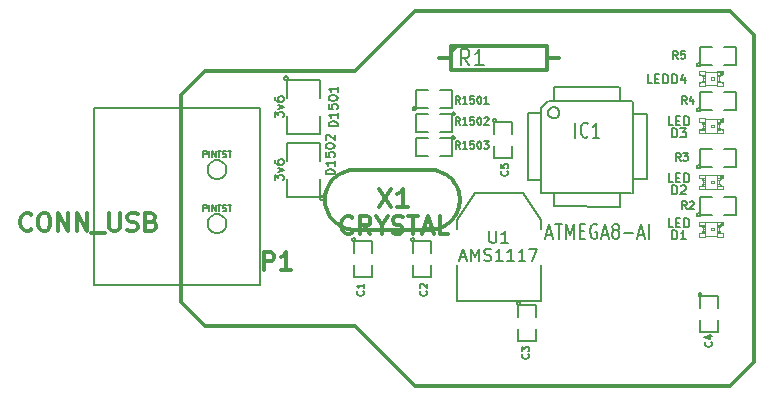
<source format=gto>
G04 (created by PCBNEW-RS274X (2012-apr-16-27)-stable) date Wed 14 May 2014 05:30:57 PM MSK*
G01*
G70*
G90*
%MOIN*%
G04 Gerber Fmt 3.4, Leading zero omitted, Abs format*
%FSLAX34Y34*%
G04 APERTURE LIST*
%ADD10C,0.006000*%
%ADD11C,0.012000*%
%ADD12C,0.005000*%
%ADD13C,0.008000*%
%ADD14C,0.002600*%
%ADD15C,0.004000*%
%ADD16C,0.002000*%
%ADD17C,0.012500*%
G04 APERTURE END LIST*
G54D10*
G54D11*
X40200Y-34700D02*
X40200Y-33900D01*
X41000Y-35500D02*
X40200Y-34700D01*
X46000Y-35500D02*
X41000Y-35500D01*
X40200Y-27800D02*
X40200Y-34000D01*
X41000Y-27000D02*
X40200Y-27800D01*
X46000Y-27000D02*
X41000Y-27000D01*
X59300Y-36700D02*
X59200Y-36800D01*
X59300Y-36600D02*
X59300Y-36700D01*
X59300Y-25800D02*
X59300Y-36600D01*
X59200Y-25700D02*
X59300Y-25800D01*
X58500Y-25000D02*
X48000Y-25000D01*
X58500Y-37500D02*
X59200Y-36800D01*
X58500Y-25000D02*
X59200Y-25700D01*
X48000Y-37500D02*
X58500Y-37500D01*
X46000Y-35500D02*
X48000Y-37500D01*
X46000Y-27000D02*
X48000Y-25000D01*
G54D12*
X42850Y-34150D02*
X37300Y-34150D01*
X37300Y-28250D02*
X42850Y-28250D01*
X42850Y-34150D02*
X42850Y-28250D01*
X37300Y-34150D02*
X37300Y-28250D01*
G54D10*
X55720Y-30618D02*
X55270Y-30618D01*
X55720Y-28438D02*
X55280Y-28438D01*
X55720Y-30618D02*
X55720Y-28438D01*
X54840Y-31088D02*
X54840Y-31518D01*
X52630Y-31098D02*
X52630Y-31518D01*
X52620Y-31518D02*
X54840Y-31528D01*
X52640Y-27548D02*
X54810Y-27538D01*
X52210Y-28238D02*
X52210Y-31068D01*
X54820Y-27548D02*
X54820Y-27958D01*
X52460Y-27998D02*
X55240Y-27998D01*
X55260Y-31078D02*
X55260Y-28038D01*
X52210Y-31078D02*
X55210Y-31078D01*
X51760Y-28408D02*
X51760Y-30628D01*
X51760Y-30628D02*
X52210Y-30628D01*
X52214Y-28228D02*
X52444Y-27998D01*
X51762Y-28408D02*
X52214Y-28408D01*
X52640Y-27998D02*
X52640Y-27546D01*
X52810Y-28402D02*
X52806Y-28438D01*
X52795Y-28473D01*
X52778Y-28506D01*
X52755Y-28534D01*
X52727Y-28557D01*
X52694Y-28575D01*
X52659Y-28586D01*
X52623Y-28589D01*
X52587Y-28586D01*
X52552Y-28576D01*
X52520Y-28559D01*
X52491Y-28536D01*
X52467Y-28508D01*
X52450Y-28476D01*
X52439Y-28441D01*
X52435Y-28404D01*
X52438Y-28369D01*
X52448Y-28333D01*
X52464Y-28301D01*
X52487Y-28272D01*
X52515Y-28248D01*
X52547Y-28230D01*
X52582Y-28219D01*
X52619Y-28215D01*
X52654Y-28217D01*
X52689Y-28227D01*
X52722Y-28244D01*
X52751Y-28266D01*
X52775Y-28294D01*
X52793Y-28326D01*
X52805Y-28361D01*
X52809Y-28397D01*
X52810Y-28402D01*
G54D13*
X49387Y-33474D02*
X49387Y-34674D01*
X49387Y-34674D02*
X52187Y-34674D01*
X52187Y-34674D02*
X52187Y-33474D01*
X49387Y-32274D02*
X49387Y-31974D01*
X49387Y-31974D02*
X49987Y-31074D01*
X49987Y-31074D02*
X51587Y-31074D01*
X51587Y-31074D02*
X52187Y-31974D01*
X52187Y-31974D02*
X52187Y-32274D01*
G54D12*
X43770Y-27250D02*
X43768Y-27263D01*
X43764Y-27276D01*
X43758Y-27288D01*
X43749Y-27299D01*
X43739Y-27308D01*
X43727Y-27314D01*
X43714Y-27318D01*
X43700Y-27319D01*
X43687Y-27318D01*
X43674Y-27314D01*
X43662Y-27308D01*
X43652Y-27300D01*
X43643Y-27289D01*
X43636Y-27277D01*
X43632Y-27264D01*
X43631Y-27250D01*
X43632Y-27238D01*
X43635Y-27225D01*
X43642Y-27213D01*
X43650Y-27202D01*
X43661Y-27193D01*
X43672Y-27186D01*
X43685Y-27182D01*
X43699Y-27181D01*
X43712Y-27182D01*
X43725Y-27185D01*
X43737Y-27191D01*
X43748Y-27200D01*
X43757Y-27210D01*
X43763Y-27222D01*
X43768Y-27235D01*
X43769Y-27249D01*
X43770Y-27250D01*
X44850Y-27900D02*
X44850Y-27300D01*
X44850Y-27300D02*
X43750Y-27300D01*
X43750Y-27300D02*
X43750Y-27900D01*
X43750Y-28500D02*
X43750Y-29100D01*
X43750Y-29100D02*
X44850Y-29100D01*
X44850Y-29100D02*
X44850Y-28500D01*
X44970Y-31250D02*
X44968Y-31263D01*
X44964Y-31276D01*
X44958Y-31288D01*
X44949Y-31299D01*
X44939Y-31308D01*
X44927Y-31314D01*
X44914Y-31318D01*
X44900Y-31319D01*
X44887Y-31318D01*
X44874Y-31314D01*
X44862Y-31308D01*
X44852Y-31300D01*
X44843Y-31289D01*
X44836Y-31277D01*
X44832Y-31264D01*
X44831Y-31250D01*
X44832Y-31238D01*
X44835Y-31225D01*
X44842Y-31213D01*
X44850Y-31202D01*
X44861Y-31193D01*
X44872Y-31186D01*
X44885Y-31182D01*
X44899Y-31181D01*
X44912Y-31182D01*
X44925Y-31185D01*
X44937Y-31191D01*
X44948Y-31200D01*
X44957Y-31210D01*
X44963Y-31222D01*
X44968Y-31235D01*
X44969Y-31249D01*
X44970Y-31250D01*
X43750Y-30600D02*
X43750Y-31200D01*
X43750Y-31200D02*
X44850Y-31200D01*
X44850Y-31200D02*
X44850Y-30600D01*
X44850Y-30000D02*
X44850Y-29400D01*
X44850Y-29400D02*
X43750Y-29400D01*
X43750Y-29400D02*
X43750Y-30000D01*
X57500Y-26800D02*
X57499Y-26809D01*
X57496Y-26819D01*
X57491Y-26827D01*
X57485Y-26835D01*
X57477Y-26841D01*
X57469Y-26846D01*
X57460Y-26848D01*
X57450Y-26849D01*
X57441Y-26849D01*
X57432Y-26846D01*
X57423Y-26841D01*
X57416Y-26835D01*
X57409Y-26828D01*
X57405Y-26819D01*
X57402Y-26810D01*
X57401Y-26800D01*
X57401Y-26791D01*
X57404Y-26782D01*
X57408Y-26773D01*
X57415Y-26766D01*
X57422Y-26759D01*
X57430Y-26755D01*
X57440Y-26752D01*
X57449Y-26751D01*
X57458Y-26751D01*
X57468Y-26754D01*
X57476Y-26758D01*
X57484Y-26764D01*
X57490Y-26772D01*
X57495Y-26780D01*
X57498Y-26789D01*
X57499Y-26799D01*
X57500Y-26800D01*
X57900Y-26800D02*
X57500Y-26800D01*
X57500Y-26800D02*
X57500Y-26200D01*
X57500Y-26200D02*
X57900Y-26200D01*
X58300Y-26200D02*
X58700Y-26200D01*
X58700Y-26200D02*
X58700Y-26800D01*
X58700Y-26800D02*
X58300Y-26800D01*
X57500Y-28300D02*
X57499Y-28309D01*
X57496Y-28319D01*
X57491Y-28327D01*
X57485Y-28335D01*
X57477Y-28341D01*
X57469Y-28346D01*
X57460Y-28348D01*
X57450Y-28349D01*
X57441Y-28349D01*
X57432Y-28346D01*
X57423Y-28341D01*
X57416Y-28335D01*
X57409Y-28328D01*
X57405Y-28319D01*
X57402Y-28310D01*
X57401Y-28300D01*
X57401Y-28291D01*
X57404Y-28282D01*
X57408Y-28273D01*
X57415Y-28266D01*
X57422Y-28259D01*
X57430Y-28255D01*
X57440Y-28252D01*
X57449Y-28251D01*
X57458Y-28251D01*
X57468Y-28254D01*
X57476Y-28258D01*
X57484Y-28264D01*
X57490Y-28272D01*
X57495Y-28280D01*
X57498Y-28289D01*
X57499Y-28299D01*
X57500Y-28300D01*
X57900Y-28300D02*
X57500Y-28300D01*
X57500Y-28300D02*
X57500Y-27700D01*
X57500Y-27700D02*
X57900Y-27700D01*
X58300Y-27700D02*
X58700Y-27700D01*
X58700Y-27700D02*
X58700Y-28300D01*
X58700Y-28300D02*
X58300Y-28300D01*
X57500Y-30200D02*
X57499Y-30209D01*
X57496Y-30219D01*
X57491Y-30227D01*
X57485Y-30235D01*
X57477Y-30241D01*
X57469Y-30246D01*
X57460Y-30248D01*
X57450Y-30249D01*
X57441Y-30249D01*
X57432Y-30246D01*
X57423Y-30241D01*
X57416Y-30235D01*
X57409Y-30228D01*
X57405Y-30219D01*
X57402Y-30210D01*
X57401Y-30200D01*
X57401Y-30191D01*
X57404Y-30182D01*
X57408Y-30173D01*
X57415Y-30166D01*
X57422Y-30159D01*
X57430Y-30155D01*
X57440Y-30152D01*
X57449Y-30151D01*
X57458Y-30151D01*
X57468Y-30154D01*
X57476Y-30158D01*
X57484Y-30164D01*
X57490Y-30172D01*
X57495Y-30180D01*
X57498Y-30189D01*
X57499Y-30199D01*
X57500Y-30200D01*
X57900Y-30200D02*
X57500Y-30200D01*
X57500Y-30200D02*
X57500Y-29600D01*
X57500Y-29600D02*
X57900Y-29600D01*
X58300Y-29600D02*
X58700Y-29600D01*
X58700Y-29600D02*
X58700Y-30200D01*
X58700Y-30200D02*
X58300Y-30200D01*
X57500Y-31800D02*
X57499Y-31809D01*
X57496Y-31819D01*
X57491Y-31827D01*
X57485Y-31835D01*
X57477Y-31841D01*
X57469Y-31846D01*
X57460Y-31848D01*
X57450Y-31849D01*
X57441Y-31849D01*
X57432Y-31846D01*
X57423Y-31841D01*
X57416Y-31835D01*
X57409Y-31828D01*
X57405Y-31819D01*
X57402Y-31810D01*
X57401Y-31800D01*
X57401Y-31791D01*
X57404Y-31782D01*
X57408Y-31773D01*
X57415Y-31766D01*
X57422Y-31759D01*
X57430Y-31755D01*
X57440Y-31752D01*
X57449Y-31751D01*
X57458Y-31751D01*
X57468Y-31754D01*
X57476Y-31758D01*
X57484Y-31764D01*
X57490Y-31772D01*
X57495Y-31780D01*
X57498Y-31789D01*
X57499Y-31799D01*
X57500Y-31800D01*
X57900Y-31800D02*
X57500Y-31800D01*
X57500Y-31800D02*
X57500Y-31200D01*
X57500Y-31200D02*
X57900Y-31200D01*
X58300Y-31200D02*
X58700Y-31200D01*
X58700Y-31200D02*
X58700Y-31800D01*
X58700Y-31800D02*
X58300Y-31800D01*
X46010Y-32618D02*
X46009Y-32627D01*
X46006Y-32637D01*
X46001Y-32645D01*
X45995Y-32653D01*
X45987Y-32659D01*
X45979Y-32664D01*
X45970Y-32666D01*
X45960Y-32667D01*
X45951Y-32667D01*
X45942Y-32664D01*
X45933Y-32659D01*
X45926Y-32653D01*
X45919Y-32646D01*
X45915Y-32637D01*
X45912Y-32628D01*
X45911Y-32618D01*
X45911Y-32609D01*
X45914Y-32600D01*
X45918Y-32591D01*
X45925Y-32584D01*
X45932Y-32577D01*
X45940Y-32573D01*
X45950Y-32570D01*
X45959Y-32569D01*
X45968Y-32569D01*
X45978Y-32572D01*
X45986Y-32576D01*
X45994Y-32582D01*
X46000Y-32590D01*
X46005Y-32598D01*
X46008Y-32607D01*
X46009Y-32617D01*
X46010Y-32618D01*
X45960Y-33068D02*
X45960Y-32668D01*
X45960Y-32668D02*
X46560Y-32668D01*
X46560Y-32668D02*
X46560Y-33068D01*
X46560Y-33468D02*
X46560Y-33868D01*
X46560Y-33868D02*
X45960Y-33868D01*
X45960Y-33868D02*
X45960Y-33468D01*
X48022Y-28253D02*
X48021Y-28262D01*
X48018Y-28272D01*
X48013Y-28280D01*
X48007Y-28288D01*
X47999Y-28294D01*
X47991Y-28299D01*
X47982Y-28301D01*
X47972Y-28302D01*
X47963Y-28302D01*
X47954Y-28299D01*
X47945Y-28294D01*
X47938Y-28288D01*
X47931Y-28281D01*
X47927Y-28272D01*
X47924Y-28263D01*
X47923Y-28253D01*
X47923Y-28244D01*
X47926Y-28235D01*
X47930Y-28226D01*
X47937Y-28219D01*
X47944Y-28212D01*
X47952Y-28208D01*
X47962Y-28205D01*
X47971Y-28204D01*
X47980Y-28204D01*
X47990Y-28207D01*
X47998Y-28211D01*
X48006Y-28217D01*
X48012Y-28225D01*
X48017Y-28233D01*
X48020Y-28242D01*
X48021Y-28252D01*
X48022Y-28253D01*
X48422Y-28253D02*
X48022Y-28253D01*
X48022Y-28253D02*
X48022Y-27653D01*
X48022Y-27653D02*
X48422Y-27653D01*
X48822Y-27653D02*
X49222Y-27653D01*
X49222Y-27653D02*
X49222Y-28253D01*
X49222Y-28253D02*
X48822Y-28253D01*
X49322Y-28440D02*
X49321Y-28449D01*
X49318Y-28459D01*
X49313Y-28467D01*
X49307Y-28475D01*
X49299Y-28481D01*
X49291Y-28486D01*
X49282Y-28488D01*
X49272Y-28489D01*
X49263Y-28489D01*
X49254Y-28486D01*
X49245Y-28481D01*
X49238Y-28475D01*
X49231Y-28468D01*
X49227Y-28459D01*
X49224Y-28450D01*
X49223Y-28440D01*
X49223Y-28431D01*
X49226Y-28422D01*
X49230Y-28413D01*
X49237Y-28406D01*
X49244Y-28399D01*
X49252Y-28395D01*
X49262Y-28392D01*
X49271Y-28391D01*
X49280Y-28391D01*
X49290Y-28394D01*
X49298Y-28398D01*
X49306Y-28404D01*
X49312Y-28412D01*
X49317Y-28420D01*
X49320Y-28429D01*
X49321Y-28439D01*
X49322Y-28440D01*
X48822Y-28440D02*
X49222Y-28440D01*
X49222Y-28440D02*
X49222Y-29040D01*
X49222Y-29040D02*
X48822Y-29040D01*
X48422Y-29040D02*
X48022Y-29040D01*
X48022Y-29040D02*
X48022Y-28440D01*
X48022Y-28440D02*
X48422Y-28440D01*
X49322Y-29228D02*
X49321Y-29237D01*
X49318Y-29247D01*
X49313Y-29255D01*
X49307Y-29263D01*
X49299Y-29269D01*
X49291Y-29274D01*
X49282Y-29276D01*
X49272Y-29277D01*
X49263Y-29277D01*
X49254Y-29274D01*
X49245Y-29269D01*
X49238Y-29263D01*
X49231Y-29256D01*
X49227Y-29247D01*
X49224Y-29238D01*
X49223Y-29228D01*
X49223Y-29219D01*
X49226Y-29210D01*
X49230Y-29201D01*
X49237Y-29194D01*
X49244Y-29187D01*
X49252Y-29183D01*
X49262Y-29180D01*
X49271Y-29179D01*
X49280Y-29179D01*
X49290Y-29182D01*
X49298Y-29186D01*
X49306Y-29192D01*
X49312Y-29200D01*
X49317Y-29208D01*
X49320Y-29217D01*
X49321Y-29227D01*
X49322Y-29228D01*
X48822Y-29228D02*
X49222Y-29228D01*
X49222Y-29228D02*
X49222Y-29828D01*
X49222Y-29828D02*
X48822Y-29828D01*
X48422Y-29828D02*
X48022Y-29828D01*
X48022Y-29828D02*
X48022Y-29228D01*
X48022Y-29228D02*
X48422Y-29228D01*
X57550Y-34450D02*
X57549Y-34459D01*
X57546Y-34469D01*
X57541Y-34477D01*
X57535Y-34485D01*
X57527Y-34491D01*
X57519Y-34496D01*
X57510Y-34498D01*
X57500Y-34499D01*
X57491Y-34499D01*
X57482Y-34496D01*
X57473Y-34491D01*
X57466Y-34485D01*
X57459Y-34478D01*
X57455Y-34469D01*
X57452Y-34460D01*
X57451Y-34450D01*
X57451Y-34441D01*
X57454Y-34432D01*
X57458Y-34423D01*
X57465Y-34416D01*
X57472Y-34409D01*
X57480Y-34405D01*
X57490Y-34402D01*
X57499Y-34401D01*
X57508Y-34401D01*
X57518Y-34404D01*
X57526Y-34408D01*
X57534Y-34414D01*
X57540Y-34422D01*
X57545Y-34430D01*
X57548Y-34439D01*
X57549Y-34449D01*
X57550Y-34450D01*
X57500Y-34900D02*
X57500Y-34500D01*
X57500Y-34500D02*
X58100Y-34500D01*
X58100Y-34500D02*
X58100Y-34900D01*
X58100Y-35300D02*
X58100Y-35700D01*
X58100Y-35700D02*
X57500Y-35700D01*
X57500Y-35700D02*
X57500Y-35300D01*
X51500Y-34750D02*
X51499Y-34759D01*
X51496Y-34769D01*
X51491Y-34777D01*
X51485Y-34785D01*
X51477Y-34791D01*
X51469Y-34796D01*
X51460Y-34798D01*
X51450Y-34799D01*
X51441Y-34799D01*
X51432Y-34796D01*
X51423Y-34791D01*
X51416Y-34785D01*
X51409Y-34778D01*
X51405Y-34769D01*
X51402Y-34760D01*
X51401Y-34750D01*
X51401Y-34741D01*
X51404Y-34732D01*
X51408Y-34723D01*
X51415Y-34716D01*
X51422Y-34709D01*
X51430Y-34705D01*
X51440Y-34702D01*
X51449Y-34701D01*
X51458Y-34701D01*
X51468Y-34704D01*
X51476Y-34708D01*
X51484Y-34714D01*
X51490Y-34722D01*
X51495Y-34730D01*
X51498Y-34739D01*
X51499Y-34749D01*
X51500Y-34750D01*
X51450Y-35200D02*
X51450Y-34800D01*
X51450Y-34800D02*
X52050Y-34800D01*
X52050Y-34800D02*
X52050Y-35200D01*
X52050Y-35600D02*
X52050Y-36000D01*
X52050Y-36000D02*
X51450Y-36000D01*
X51450Y-36000D02*
X51450Y-35600D01*
X47978Y-32618D02*
X47977Y-32627D01*
X47974Y-32637D01*
X47969Y-32645D01*
X47963Y-32653D01*
X47955Y-32659D01*
X47947Y-32664D01*
X47938Y-32666D01*
X47928Y-32667D01*
X47919Y-32667D01*
X47910Y-32664D01*
X47901Y-32659D01*
X47894Y-32653D01*
X47887Y-32646D01*
X47883Y-32637D01*
X47880Y-32628D01*
X47879Y-32618D01*
X47879Y-32609D01*
X47882Y-32600D01*
X47886Y-32591D01*
X47893Y-32584D01*
X47900Y-32577D01*
X47908Y-32573D01*
X47918Y-32570D01*
X47927Y-32569D01*
X47936Y-32569D01*
X47946Y-32572D01*
X47954Y-32576D01*
X47962Y-32582D01*
X47968Y-32590D01*
X47973Y-32598D01*
X47976Y-32607D01*
X47977Y-32617D01*
X47978Y-32618D01*
X47928Y-33068D02*
X47928Y-32668D01*
X47928Y-32668D02*
X48528Y-32668D01*
X48528Y-32668D02*
X48528Y-33068D01*
X48528Y-33468D02*
X48528Y-33868D01*
X48528Y-33868D02*
X47928Y-33868D01*
X47928Y-33868D02*
X47928Y-33468D01*
G54D14*
X58070Y-27377D02*
X58070Y-27505D01*
X58070Y-27505D02*
X58267Y-27505D01*
X58267Y-27377D02*
X58267Y-27505D01*
X58070Y-27377D02*
X58267Y-27377D01*
X58070Y-27132D02*
X58070Y-27191D01*
X58070Y-27191D02*
X58169Y-27191D01*
X58169Y-27132D02*
X58169Y-27191D01*
X58070Y-27132D02*
X58169Y-27132D01*
X58070Y-27327D02*
X58070Y-27386D01*
X58070Y-27386D02*
X58169Y-27386D01*
X58169Y-27327D02*
X58169Y-27386D01*
X58070Y-27327D02*
X58169Y-27327D01*
X58070Y-27181D02*
X58070Y-27337D01*
X58070Y-27337D02*
X58139Y-27337D01*
X58139Y-27181D02*
X58139Y-27337D01*
X58070Y-27181D02*
X58139Y-27181D01*
X57481Y-27377D02*
X57481Y-27505D01*
X57481Y-27505D02*
X57678Y-27505D01*
X57678Y-27377D02*
X57678Y-27505D01*
X57481Y-27377D02*
X57678Y-27377D01*
X57481Y-27013D02*
X57481Y-27141D01*
X57481Y-27141D02*
X57678Y-27141D01*
X57678Y-27013D02*
X57678Y-27141D01*
X57481Y-27013D02*
X57678Y-27013D01*
X57579Y-27327D02*
X57579Y-27386D01*
X57579Y-27386D02*
X57678Y-27386D01*
X57678Y-27327D02*
X57678Y-27386D01*
X57579Y-27327D02*
X57678Y-27327D01*
X57579Y-27132D02*
X57579Y-27191D01*
X57579Y-27191D02*
X57678Y-27191D01*
X57678Y-27132D02*
X57678Y-27191D01*
X57579Y-27132D02*
X57678Y-27132D01*
X57609Y-27181D02*
X57609Y-27337D01*
X57609Y-27337D02*
X57678Y-27337D01*
X57678Y-27181D02*
X57678Y-27337D01*
X57609Y-27181D02*
X57678Y-27181D01*
X57874Y-27220D02*
X57874Y-27298D01*
X57874Y-27298D02*
X57952Y-27298D01*
X57952Y-27220D02*
X57952Y-27298D01*
X57874Y-27220D02*
X57952Y-27220D01*
X58070Y-27023D02*
X58070Y-27141D01*
X58070Y-27141D02*
X58188Y-27141D01*
X58188Y-27023D02*
X58188Y-27141D01*
X58070Y-27023D02*
X58188Y-27023D01*
X58238Y-27013D02*
X58238Y-27102D01*
X58238Y-27102D02*
X58267Y-27102D01*
X58267Y-27013D02*
X58267Y-27102D01*
X58238Y-27013D02*
X58267Y-27013D01*
G54D15*
X58080Y-27485D02*
X57668Y-27485D01*
X57678Y-27033D02*
X58238Y-27033D01*
G54D16*
X58236Y-27082D02*
X58235Y-27087D01*
X58233Y-27092D01*
X58231Y-27097D01*
X58227Y-27101D01*
X58223Y-27105D01*
X58218Y-27107D01*
X58213Y-27109D01*
X58208Y-27109D01*
X58203Y-27109D01*
X58198Y-27107D01*
X58193Y-27105D01*
X58189Y-27102D01*
X58185Y-27097D01*
X58183Y-27093D01*
X58181Y-27087D01*
X58181Y-27082D01*
X58181Y-27077D01*
X58182Y-27072D01*
X58185Y-27067D01*
X58188Y-27063D01*
X58193Y-27060D01*
X58197Y-27057D01*
X58202Y-27055D01*
X58208Y-27055D01*
X58212Y-27055D01*
X58218Y-27056D01*
X58223Y-27059D01*
X58227Y-27062D01*
X58230Y-27066D01*
X58233Y-27071D01*
X58235Y-27076D01*
X58235Y-27082D01*
X58236Y-27082D01*
G54D15*
X58267Y-27122D02*
X58256Y-27123D01*
X58244Y-27125D01*
X58232Y-27127D01*
X58221Y-27131D01*
X58210Y-27135D01*
X58199Y-27141D01*
X58189Y-27147D01*
X58179Y-27155D01*
X58171Y-27163D01*
X58163Y-27171D01*
X58155Y-27181D01*
X58149Y-27191D01*
X58143Y-27202D01*
X58139Y-27213D01*
X58135Y-27224D01*
X58133Y-27236D01*
X58131Y-27248D01*
X58130Y-27259D01*
X58131Y-27270D01*
X58133Y-27282D01*
X58135Y-27294D01*
X58139Y-27305D01*
X58143Y-27316D01*
X58149Y-27327D01*
X58155Y-27337D01*
X58163Y-27347D01*
X58171Y-27355D01*
X58179Y-27363D01*
X58189Y-27371D01*
X58199Y-27377D01*
X58210Y-27383D01*
X58221Y-27387D01*
X58232Y-27391D01*
X58244Y-27393D01*
X58256Y-27395D01*
X58267Y-27396D01*
X57481Y-27396D02*
X57492Y-27395D01*
X57504Y-27393D01*
X57516Y-27391D01*
X57527Y-27387D01*
X57538Y-27383D01*
X57549Y-27377D01*
X57559Y-27371D01*
X57569Y-27363D01*
X57577Y-27355D01*
X57585Y-27347D01*
X57593Y-27337D01*
X57599Y-27327D01*
X57605Y-27316D01*
X57609Y-27305D01*
X57613Y-27294D01*
X57615Y-27282D01*
X57617Y-27270D01*
X57618Y-27259D01*
X57617Y-27248D01*
X57615Y-27236D01*
X57613Y-27224D01*
X57609Y-27213D01*
X57605Y-27202D01*
X57599Y-27191D01*
X57593Y-27181D01*
X57585Y-27171D01*
X57577Y-27163D01*
X57569Y-27155D01*
X57559Y-27147D01*
X57549Y-27141D01*
X57538Y-27135D01*
X57527Y-27131D01*
X57516Y-27127D01*
X57504Y-27125D01*
X57492Y-27123D01*
X57481Y-27122D01*
G54D14*
X58070Y-28952D02*
X58070Y-29080D01*
X58070Y-29080D02*
X58267Y-29080D01*
X58267Y-28952D02*
X58267Y-29080D01*
X58070Y-28952D02*
X58267Y-28952D01*
X58070Y-28707D02*
X58070Y-28766D01*
X58070Y-28766D02*
X58169Y-28766D01*
X58169Y-28707D02*
X58169Y-28766D01*
X58070Y-28707D02*
X58169Y-28707D01*
X58070Y-28902D02*
X58070Y-28961D01*
X58070Y-28961D02*
X58169Y-28961D01*
X58169Y-28902D02*
X58169Y-28961D01*
X58070Y-28902D02*
X58169Y-28902D01*
X58070Y-28756D02*
X58070Y-28912D01*
X58070Y-28912D02*
X58139Y-28912D01*
X58139Y-28756D02*
X58139Y-28912D01*
X58070Y-28756D02*
X58139Y-28756D01*
X57481Y-28952D02*
X57481Y-29080D01*
X57481Y-29080D02*
X57678Y-29080D01*
X57678Y-28952D02*
X57678Y-29080D01*
X57481Y-28952D02*
X57678Y-28952D01*
X57481Y-28588D02*
X57481Y-28716D01*
X57481Y-28716D02*
X57678Y-28716D01*
X57678Y-28588D02*
X57678Y-28716D01*
X57481Y-28588D02*
X57678Y-28588D01*
X57579Y-28902D02*
X57579Y-28961D01*
X57579Y-28961D02*
X57678Y-28961D01*
X57678Y-28902D02*
X57678Y-28961D01*
X57579Y-28902D02*
X57678Y-28902D01*
X57579Y-28707D02*
X57579Y-28766D01*
X57579Y-28766D02*
X57678Y-28766D01*
X57678Y-28707D02*
X57678Y-28766D01*
X57579Y-28707D02*
X57678Y-28707D01*
X57609Y-28756D02*
X57609Y-28912D01*
X57609Y-28912D02*
X57678Y-28912D01*
X57678Y-28756D02*
X57678Y-28912D01*
X57609Y-28756D02*
X57678Y-28756D01*
X57874Y-28795D02*
X57874Y-28873D01*
X57874Y-28873D02*
X57952Y-28873D01*
X57952Y-28795D02*
X57952Y-28873D01*
X57874Y-28795D02*
X57952Y-28795D01*
X58070Y-28598D02*
X58070Y-28716D01*
X58070Y-28716D02*
X58188Y-28716D01*
X58188Y-28598D02*
X58188Y-28716D01*
X58070Y-28598D02*
X58188Y-28598D01*
X58238Y-28588D02*
X58238Y-28677D01*
X58238Y-28677D02*
X58267Y-28677D01*
X58267Y-28588D02*
X58267Y-28677D01*
X58238Y-28588D02*
X58267Y-28588D01*
G54D15*
X58080Y-29060D02*
X57668Y-29060D01*
X57678Y-28608D02*
X58238Y-28608D01*
G54D16*
X58236Y-28657D02*
X58235Y-28662D01*
X58233Y-28667D01*
X58231Y-28672D01*
X58227Y-28676D01*
X58223Y-28680D01*
X58218Y-28682D01*
X58213Y-28684D01*
X58208Y-28684D01*
X58203Y-28684D01*
X58198Y-28682D01*
X58193Y-28680D01*
X58189Y-28677D01*
X58185Y-28672D01*
X58183Y-28668D01*
X58181Y-28662D01*
X58181Y-28657D01*
X58181Y-28652D01*
X58182Y-28647D01*
X58185Y-28642D01*
X58188Y-28638D01*
X58193Y-28635D01*
X58197Y-28632D01*
X58202Y-28630D01*
X58208Y-28630D01*
X58212Y-28630D01*
X58218Y-28631D01*
X58223Y-28634D01*
X58227Y-28637D01*
X58230Y-28641D01*
X58233Y-28646D01*
X58235Y-28651D01*
X58235Y-28657D01*
X58236Y-28657D01*
G54D15*
X58267Y-28697D02*
X58256Y-28698D01*
X58244Y-28700D01*
X58232Y-28702D01*
X58221Y-28706D01*
X58210Y-28710D01*
X58199Y-28716D01*
X58189Y-28722D01*
X58179Y-28730D01*
X58171Y-28738D01*
X58163Y-28746D01*
X58155Y-28756D01*
X58149Y-28766D01*
X58143Y-28777D01*
X58139Y-28788D01*
X58135Y-28799D01*
X58133Y-28811D01*
X58131Y-28823D01*
X58130Y-28834D01*
X58131Y-28845D01*
X58133Y-28857D01*
X58135Y-28869D01*
X58139Y-28880D01*
X58143Y-28891D01*
X58149Y-28902D01*
X58155Y-28912D01*
X58163Y-28922D01*
X58171Y-28930D01*
X58179Y-28938D01*
X58189Y-28946D01*
X58199Y-28952D01*
X58210Y-28958D01*
X58221Y-28962D01*
X58232Y-28966D01*
X58244Y-28968D01*
X58256Y-28970D01*
X58267Y-28971D01*
X57481Y-28971D02*
X57492Y-28970D01*
X57504Y-28968D01*
X57516Y-28966D01*
X57527Y-28962D01*
X57538Y-28958D01*
X57549Y-28952D01*
X57559Y-28946D01*
X57569Y-28938D01*
X57577Y-28930D01*
X57585Y-28922D01*
X57593Y-28912D01*
X57599Y-28902D01*
X57605Y-28891D01*
X57609Y-28880D01*
X57613Y-28869D01*
X57615Y-28857D01*
X57617Y-28845D01*
X57618Y-28834D01*
X57617Y-28823D01*
X57615Y-28811D01*
X57613Y-28799D01*
X57609Y-28788D01*
X57605Y-28777D01*
X57599Y-28766D01*
X57593Y-28756D01*
X57585Y-28746D01*
X57577Y-28738D01*
X57569Y-28730D01*
X57559Y-28722D01*
X57549Y-28716D01*
X57538Y-28710D01*
X57527Y-28706D01*
X57516Y-28702D01*
X57504Y-28700D01*
X57492Y-28698D01*
X57481Y-28697D01*
G54D14*
X58070Y-30827D02*
X58070Y-30955D01*
X58070Y-30955D02*
X58267Y-30955D01*
X58267Y-30827D02*
X58267Y-30955D01*
X58070Y-30827D02*
X58267Y-30827D01*
X58070Y-30582D02*
X58070Y-30641D01*
X58070Y-30641D02*
X58169Y-30641D01*
X58169Y-30582D02*
X58169Y-30641D01*
X58070Y-30582D02*
X58169Y-30582D01*
X58070Y-30777D02*
X58070Y-30836D01*
X58070Y-30836D02*
X58169Y-30836D01*
X58169Y-30777D02*
X58169Y-30836D01*
X58070Y-30777D02*
X58169Y-30777D01*
X58070Y-30631D02*
X58070Y-30787D01*
X58070Y-30787D02*
X58139Y-30787D01*
X58139Y-30631D02*
X58139Y-30787D01*
X58070Y-30631D02*
X58139Y-30631D01*
X57481Y-30827D02*
X57481Y-30955D01*
X57481Y-30955D02*
X57678Y-30955D01*
X57678Y-30827D02*
X57678Y-30955D01*
X57481Y-30827D02*
X57678Y-30827D01*
X57481Y-30463D02*
X57481Y-30591D01*
X57481Y-30591D02*
X57678Y-30591D01*
X57678Y-30463D02*
X57678Y-30591D01*
X57481Y-30463D02*
X57678Y-30463D01*
X57579Y-30777D02*
X57579Y-30836D01*
X57579Y-30836D02*
X57678Y-30836D01*
X57678Y-30777D02*
X57678Y-30836D01*
X57579Y-30777D02*
X57678Y-30777D01*
X57579Y-30582D02*
X57579Y-30641D01*
X57579Y-30641D02*
X57678Y-30641D01*
X57678Y-30582D02*
X57678Y-30641D01*
X57579Y-30582D02*
X57678Y-30582D01*
X57609Y-30631D02*
X57609Y-30787D01*
X57609Y-30787D02*
X57678Y-30787D01*
X57678Y-30631D02*
X57678Y-30787D01*
X57609Y-30631D02*
X57678Y-30631D01*
X57874Y-30670D02*
X57874Y-30748D01*
X57874Y-30748D02*
X57952Y-30748D01*
X57952Y-30670D02*
X57952Y-30748D01*
X57874Y-30670D02*
X57952Y-30670D01*
X58070Y-30473D02*
X58070Y-30591D01*
X58070Y-30591D02*
X58188Y-30591D01*
X58188Y-30473D02*
X58188Y-30591D01*
X58070Y-30473D02*
X58188Y-30473D01*
X58238Y-30463D02*
X58238Y-30552D01*
X58238Y-30552D02*
X58267Y-30552D01*
X58267Y-30463D02*
X58267Y-30552D01*
X58238Y-30463D02*
X58267Y-30463D01*
G54D15*
X58080Y-30935D02*
X57668Y-30935D01*
X57678Y-30483D02*
X58238Y-30483D01*
G54D16*
X58236Y-30532D02*
X58235Y-30537D01*
X58233Y-30542D01*
X58231Y-30547D01*
X58227Y-30551D01*
X58223Y-30555D01*
X58218Y-30557D01*
X58213Y-30559D01*
X58208Y-30559D01*
X58203Y-30559D01*
X58198Y-30557D01*
X58193Y-30555D01*
X58189Y-30552D01*
X58185Y-30547D01*
X58183Y-30543D01*
X58181Y-30537D01*
X58181Y-30532D01*
X58181Y-30527D01*
X58182Y-30522D01*
X58185Y-30517D01*
X58188Y-30513D01*
X58193Y-30510D01*
X58197Y-30507D01*
X58202Y-30505D01*
X58208Y-30505D01*
X58212Y-30505D01*
X58218Y-30506D01*
X58223Y-30509D01*
X58227Y-30512D01*
X58230Y-30516D01*
X58233Y-30521D01*
X58235Y-30526D01*
X58235Y-30532D01*
X58236Y-30532D01*
G54D15*
X58267Y-30572D02*
X58256Y-30573D01*
X58244Y-30575D01*
X58232Y-30577D01*
X58221Y-30581D01*
X58210Y-30585D01*
X58199Y-30591D01*
X58189Y-30597D01*
X58179Y-30605D01*
X58171Y-30613D01*
X58163Y-30621D01*
X58155Y-30631D01*
X58149Y-30641D01*
X58143Y-30652D01*
X58139Y-30663D01*
X58135Y-30674D01*
X58133Y-30686D01*
X58131Y-30698D01*
X58130Y-30709D01*
X58131Y-30720D01*
X58133Y-30732D01*
X58135Y-30744D01*
X58139Y-30755D01*
X58143Y-30766D01*
X58149Y-30777D01*
X58155Y-30787D01*
X58163Y-30797D01*
X58171Y-30805D01*
X58179Y-30813D01*
X58189Y-30821D01*
X58199Y-30827D01*
X58210Y-30833D01*
X58221Y-30837D01*
X58232Y-30841D01*
X58244Y-30843D01*
X58256Y-30845D01*
X58267Y-30846D01*
X57481Y-30846D02*
X57492Y-30845D01*
X57504Y-30843D01*
X57516Y-30841D01*
X57527Y-30837D01*
X57538Y-30833D01*
X57549Y-30827D01*
X57559Y-30821D01*
X57569Y-30813D01*
X57577Y-30805D01*
X57585Y-30797D01*
X57593Y-30787D01*
X57599Y-30777D01*
X57605Y-30766D01*
X57609Y-30755D01*
X57613Y-30744D01*
X57615Y-30732D01*
X57617Y-30720D01*
X57618Y-30709D01*
X57617Y-30698D01*
X57615Y-30686D01*
X57613Y-30674D01*
X57609Y-30663D01*
X57605Y-30652D01*
X57599Y-30641D01*
X57593Y-30631D01*
X57585Y-30621D01*
X57577Y-30613D01*
X57569Y-30605D01*
X57559Y-30597D01*
X57549Y-30591D01*
X57538Y-30585D01*
X57527Y-30581D01*
X57516Y-30577D01*
X57504Y-30575D01*
X57492Y-30573D01*
X57481Y-30572D01*
G54D14*
X58070Y-32401D02*
X58070Y-32529D01*
X58070Y-32529D02*
X58267Y-32529D01*
X58267Y-32401D02*
X58267Y-32529D01*
X58070Y-32401D02*
X58267Y-32401D01*
X58070Y-32156D02*
X58070Y-32215D01*
X58070Y-32215D02*
X58169Y-32215D01*
X58169Y-32156D02*
X58169Y-32215D01*
X58070Y-32156D02*
X58169Y-32156D01*
X58070Y-32351D02*
X58070Y-32410D01*
X58070Y-32410D02*
X58169Y-32410D01*
X58169Y-32351D02*
X58169Y-32410D01*
X58070Y-32351D02*
X58169Y-32351D01*
X58070Y-32205D02*
X58070Y-32361D01*
X58070Y-32361D02*
X58139Y-32361D01*
X58139Y-32205D02*
X58139Y-32361D01*
X58070Y-32205D02*
X58139Y-32205D01*
X57481Y-32401D02*
X57481Y-32529D01*
X57481Y-32529D02*
X57678Y-32529D01*
X57678Y-32401D02*
X57678Y-32529D01*
X57481Y-32401D02*
X57678Y-32401D01*
X57481Y-32037D02*
X57481Y-32165D01*
X57481Y-32165D02*
X57678Y-32165D01*
X57678Y-32037D02*
X57678Y-32165D01*
X57481Y-32037D02*
X57678Y-32037D01*
X57579Y-32351D02*
X57579Y-32410D01*
X57579Y-32410D02*
X57678Y-32410D01*
X57678Y-32351D02*
X57678Y-32410D01*
X57579Y-32351D02*
X57678Y-32351D01*
X57579Y-32156D02*
X57579Y-32215D01*
X57579Y-32215D02*
X57678Y-32215D01*
X57678Y-32156D02*
X57678Y-32215D01*
X57579Y-32156D02*
X57678Y-32156D01*
X57609Y-32205D02*
X57609Y-32361D01*
X57609Y-32361D02*
X57678Y-32361D01*
X57678Y-32205D02*
X57678Y-32361D01*
X57609Y-32205D02*
X57678Y-32205D01*
X57874Y-32244D02*
X57874Y-32322D01*
X57874Y-32322D02*
X57952Y-32322D01*
X57952Y-32244D02*
X57952Y-32322D01*
X57874Y-32244D02*
X57952Y-32244D01*
X58070Y-32047D02*
X58070Y-32165D01*
X58070Y-32165D02*
X58188Y-32165D01*
X58188Y-32047D02*
X58188Y-32165D01*
X58070Y-32047D02*
X58188Y-32047D01*
X58238Y-32037D02*
X58238Y-32126D01*
X58238Y-32126D02*
X58267Y-32126D01*
X58267Y-32037D02*
X58267Y-32126D01*
X58238Y-32037D02*
X58267Y-32037D01*
G54D15*
X58080Y-32509D02*
X57668Y-32509D01*
X57678Y-32057D02*
X58238Y-32057D01*
G54D16*
X58236Y-32106D02*
X58235Y-32111D01*
X58233Y-32116D01*
X58231Y-32121D01*
X58227Y-32125D01*
X58223Y-32129D01*
X58218Y-32131D01*
X58213Y-32133D01*
X58208Y-32133D01*
X58203Y-32133D01*
X58198Y-32131D01*
X58193Y-32129D01*
X58189Y-32126D01*
X58185Y-32121D01*
X58183Y-32117D01*
X58181Y-32111D01*
X58181Y-32106D01*
X58181Y-32101D01*
X58182Y-32096D01*
X58185Y-32091D01*
X58188Y-32087D01*
X58193Y-32084D01*
X58197Y-32081D01*
X58202Y-32079D01*
X58208Y-32079D01*
X58212Y-32079D01*
X58218Y-32080D01*
X58223Y-32083D01*
X58227Y-32086D01*
X58230Y-32090D01*
X58233Y-32095D01*
X58235Y-32100D01*
X58235Y-32106D01*
X58236Y-32106D01*
G54D15*
X58267Y-32146D02*
X58256Y-32147D01*
X58244Y-32149D01*
X58232Y-32151D01*
X58221Y-32155D01*
X58210Y-32159D01*
X58199Y-32165D01*
X58189Y-32171D01*
X58179Y-32179D01*
X58171Y-32187D01*
X58163Y-32195D01*
X58155Y-32205D01*
X58149Y-32215D01*
X58143Y-32226D01*
X58139Y-32237D01*
X58135Y-32248D01*
X58133Y-32260D01*
X58131Y-32272D01*
X58130Y-32283D01*
X58131Y-32294D01*
X58133Y-32306D01*
X58135Y-32318D01*
X58139Y-32329D01*
X58143Y-32340D01*
X58149Y-32351D01*
X58155Y-32361D01*
X58163Y-32371D01*
X58171Y-32379D01*
X58179Y-32387D01*
X58189Y-32395D01*
X58199Y-32401D01*
X58210Y-32407D01*
X58221Y-32411D01*
X58232Y-32415D01*
X58244Y-32417D01*
X58256Y-32419D01*
X58267Y-32420D01*
X57481Y-32420D02*
X57492Y-32419D01*
X57504Y-32417D01*
X57516Y-32415D01*
X57527Y-32411D01*
X57538Y-32407D01*
X57549Y-32401D01*
X57559Y-32395D01*
X57569Y-32387D01*
X57577Y-32379D01*
X57585Y-32371D01*
X57593Y-32361D01*
X57599Y-32351D01*
X57605Y-32340D01*
X57609Y-32329D01*
X57613Y-32318D01*
X57615Y-32306D01*
X57617Y-32294D01*
X57618Y-32283D01*
X57617Y-32272D01*
X57615Y-32260D01*
X57613Y-32248D01*
X57609Y-32237D01*
X57605Y-32226D01*
X57599Y-32215D01*
X57593Y-32205D01*
X57585Y-32195D01*
X57577Y-32187D01*
X57569Y-32179D01*
X57559Y-32171D01*
X57549Y-32165D01*
X57538Y-32159D01*
X57527Y-32155D01*
X57516Y-32151D01*
X57504Y-32149D01*
X57492Y-32147D01*
X57481Y-32146D01*
G54D17*
X45994Y-32299D02*
X48494Y-32299D01*
X45994Y-30299D02*
X48494Y-30299D01*
X49494Y-31299D02*
X49490Y-31212D01*
X49478Y-31126D01*
X49459Y-31041D01*
X49433Y-30957D01*
X49400Y-30877D01*
X49360Y-30800D01*
X49313Y-30726D01*
X49260Y-30657D01*
X49201Y-30592D01*
X49136Y-30533D01*
X49067Y-30480D01*
X48994Y-30433D01*
X48916Y-30393D01*
X48836Y-30360D01*
X48752Y-30334D01*
X48667Y-30315D01*
X48581Y-30303D01*
X48494Y-30299D01*
X48494Y-32299D02*
X48581Y-32295D01*
X48667Y-32283D01*
X48752Y-32264D01*
X48836Y-32238D01*
X48916Y-32205D01*
X48994Y-32165D01*
X49067Y-32118D01*
X49136Y-32065D01*
X49201Y-32006D01*
X49260Y-31941D01*
X49313Y-31872D01*
X49360Y-31798D01*
X49400Y-31721D01*
X49433Y-31641D01*
X49459Y-31557D01*
X49478Y-31472D01*
X49490Y-31386D01*
X49494Y-31299D01*
X45994Y-30299D02*
X45907Y-30303D01*
X45821Y-30315D01*
X45736Y-30334D01*
X45652Y-30360D01*
X45572Y-30393D01*
X45495Y-30433D01*
X45421Y-30480D01*
X45352Y-30533D01*
X45287Y-30592D01*
X45228Y-30657D01*
X45175Y-30726D01*
X45128Y-30800D01*
X45088Y-30877D01*
X45055Y-30957D01*
X45029Y-31041D01*
X45010Y-31126D01*
X44998Y-31212D01*
X44994Y-31299D01*
X44994Y-31299D02*
X44998Y-31386D01*
X45010Y-31472D01*
X45029Y-31557D01*
X45055Y-31641D01*
X45088Y-31721D01*
X45128Y-31798D01*
X45175Y-31872D01*
X45228Y-31941D01*
X45287Y-32006D01*
X45352Y-32065D01*
X45421Y-32118D01*
X45495Y-32165D01*
X45572Y-32205D01*
X45652Y-32238D01*
X45736Y-32264D01*
X45821Y-32283D01*
X45907Y-32295D01*
X45994Y-32299D01*
G54D11*
X48787Y-26575D02*
X49187Y-26575D01*
X49187Y-26575D02*
X49187Y-26175D01*
X49187Y-26175D02*
X52387Y-26175D01*
X52387Y-26175D02*
X52387Y-26975D01*
X52387Y-26975D02*
X49187Y-26975D01*
X49187Y-26975D02*
X49187Y-26575D01*
X49187Y-26375D02*
X49387Y-26175D01*
X52787Y-26575D02*
X52387Y-26575D01*
G54D12*
X50700Y-28650D02*
X50699Y-28659D01*
X50696Y-28669D01*
X50691Y-28677D01*
X50685Y-28685D01*
X50677Y-28691D01*
X50669Y-28696D01*
X50660Y-28698D01*
X50650Y-28699D01*
X50641Y-28699D01*
X50632Y-28696D01*
X50623Y-28691D01*
X50616Y-28685D01*
X50609Y-28678D01*
X50605Y-28669D01*
X50602Y-28660D01*
X50601Y-28650D01*
X50601Y-28641D01*
X50604Y-28632D01*
X50608Y-28623D01*
X50615Y-28616D01*
X50622Y-28609D01*
X50630Y-28605D01*
X50640Y-28602D01*
X50649Y-28601D01*
X50658Y-28601D01*
X50668Y-28604D01*
X50676Y-28608D01*
X50684Y-28614D01*
X50690Y-28622D01*
X50695Y-28630D01*
X50698Y-28639D01*
X50699Y-28649D01*
X50700Y-28650D01*
X50650Y-29100D02*
X50650Y-28700D01*
X50650Y-28700D02*
X51250Y-28700D01*
X51250Y-28700D02*
X51250Y-29100D01*
X51250Y-29500D02*
X51250Y-29900D01*
X51250Y-29900D02*
X50650Y-29900D01*
X50650Y-29900D02*
X50650Y-29500D01*
X41716Y-30300D02*
X41709Y-30361D01*
X41692Y-30420D01*
X41663Y-30474D01*
X41624Y-30522D01*
X41576Y-30561D01*
X41522Y-30591D01*
X41463Y-30609D01*
X41402Y-30615D01*
X41341Y-30610D01*
X41282Y-30592D01*
X41227Y-30564D01*
X41179Y-30525D01*
X41140Y-30478D01*
X41110Y-30424D01*
X41091Y-30365D01*
X41085Y-30304D01*
X41090Y-30243D01*
X41107Y-30184D01*
X41135Y-30129D01*
X41173Y-30081D01*
X41220Y-30041D01*
X41274Y-30011D01*
X41333Y-29992D01*
X41394Y-29985D01*
X41454Y-29989D01*
X41514Y-30006D01*
X41569Y-30034D01*
X41617Y-30072D01*
X41658Y-30118D01*
X41688Y-30172D01*
X41708Y-30230D01*
X41715Y-30292D01*
X41716Y-30300D01*
X41716Y-32100D02*
X41709Y-32161D01*
X41692Y-32220D01*
X41663Y-32274D01*
X41624Y-32322D01*
X41576Y-32361D01*
X41522Y-32391D01*
X41463Y-32409D01*
X41402Y-32415D01*
X41341Y-32410D01*
X41282Y-32392D01*
X41227Y-32364D01*
X41179Y-32325D01*
X41140Y-32278D01*
X41110Y-32224D01*
X41091Y-32165D01*
X41085Y-32104D01*
X41090Y-32043D01*
X41107Y-31984D01*
X41135Y-31929D01*
X41173Y-31881D01*
X41220Y-31841D01*
X41274Y-31811D01*
X41333Y-31792D01*
X41394Y-31785D01*
X41454Y-31789D01*
X41514Y-31806D01*
X41569Y-31834D01*
X41617Y-31872D01*
X41658Y-31918D01*
X41688Y-31972D01*
X41708Y-32030D01*
X41715Y-32092D01*
X41716Y-32100D01*
G54D11*
X42958Y-33643D02*
X42958Y-33043D01*
X43186Y-33043D01*
X43244Y-33071D01*
X43272Y-33100D01*
X43301Y-33157D01*
X43301Y-33243D01*
X43272Y-33300D01*
X43244Y-33329D01*
X43186Y-33357D01*
X42958Y-33357D01*
X43872Y-33643D02*
X43529Y-33643D01*
X43701Y-33643D02*
X43701Y-33043D01*
X43644Y-33129D01*
X43586Y-33186D01*
X43529Y-33214D01*
X35214Y-32286D02*
X35185Y-32314D01*
X35099Y-32343D01*
X35042Y-32343D01*
X34957Y-32314D01*
X34899Y-32257D01*
X34871Y-32200D01*
X34842Y-32086D01*
X34842Y-32000D01*
X34871Y-31886D01*
X34899Y-31829D01*
X34957Y-31771D01*
X35042Y-31743D01*
X35099Y-31743D01*
X35185Y-31771D01*
X35214Y-31800D01*
X35585Y-31743D02*
X35699Y-31743D01*
X35757Y-31771D01*
X35814Y-31829D01*
X35842Y-31943D01*
X35842Y-32143D01*
X35814Y-32257D01*
X35757Y-32314D01*
X35699Y-32343D01*
X35585Y-32343D01*
X35528Y-32314D01*
X35471Y-32257D01*
X35442Y-32143D01*
X35442Y-31943D01*
X35471Y-31829D01*
X35528Y-31771D01*
X35585Y-31743D01*
X36100Y-32343D02*
X36100Y-31743D01*
X36443Y-32343D01*
X36443Y-31743D01*
X36729Y-32343D02*
X36729Y-31743D01*
X37072Y-32343D01*
X37072Y-31743D01*
X37215Y-32400D02*
X37672Y-32400D01*
X37815Y-31743D02*
X37815Y-32229D01*
X37843Y-32286D01*
X37872Y-32314D01*
X37929Y-32343D01*
X38043Y-32343D01*
X38101Y-32314D01*
X38129Y-32286D01*
X38158Y-32229D01*
X38158Y-31743D01*
X38415Y-32314D02*
X38501Y-32343D01*
X38644Y-32343D01*
X38701Y-32314D01*
X38730Y-32286D01*
X38758Y-32229D01*
X38758Y-32171D01*
X38730Y-32114D01*
X38701Y-32086D01*
X38644Y-32057D01*
X38530Y-32029D01*
X38472Y-32000D01*
X38444Y-31971D01*
X38415Y-31914D01*
X38415Y-31857D01*
X38444Y-31800D01*
X38472Y-31771D01*
X38530Y-31743D01*
X38672Y-31743D01*
X38758Y-31771D01*
X39215Y-32029D02*
X39301Y-32057D01*
X39329Y-32086D01*
X39358Y-32143D01*
X39358Y-32229D01*
X39329Y-32286D01*
X39301Y-32314D01*
X39243Y-32343D01*
X39015Y-32343D01*
X39015Y-31743D01*
X39215Y-31743D01*
X39272Y-31771D01*
X39301Y-31800D01*
X39329Y-31857D01*
X39329Y-31914D01*
X39301Y-31971D01*
X39272Y-32000D01*
X39215Y-32029D01*
X39015Y-32029D01*
G54D13*
X53350Y-29230D02*
X53350Y-28730D01*
X53769Y-29183D02*
X53750Y-29207D01*
X53693Y-29230D01*
X53655Y-29230D01*
X53597Y-29207D01*
X53559Y-29159D01*
X53540Y-29111D01*
X53521Y-29016D01*
X53521Y-28945D01*
X53540Y-28849D01*
X53559Y-28802D01*
X53597Y-28754D01*
X53655Y-28730D01*
X53693Y-28730D01*
X53750Y-28754D01*
X53769Y-28778D01*
X54150Y-29230D02*
X53921Y-29230D01*
X54035Y-29230D02*
X54035Y-28730D01*
X53997Y-28802D01*
X53959Y-28849D01*
X53921Y-28873D01*
X52367Y-32460D02*
X52558Y-32460D01*
X52329Y-32602D02*
X52462Y-32102D01*
X52596Y-32602D01*
X52672Y-32102D02*
X52901Y-32102D01*
X52786Y-32602D02*
X52786Y-32102D01*
X53034Y-32602D02*
X53034Y-32102D01*
X53168Y-32460D01*
X53301Y-32102D01*
X53301Y-32602D01*
X53491Y-32340D02*
X53625Y-32340D01*
X53682Y-32602D02*
X53491Y-32602D01*
X53491Y-32102D01*
X53682Y-32102D01*
X54063Y-32126D02*
X54025Y-32102D01*
X53968Y-32102D01*
X53910Y-32126D01*
X53872Y-32174D01*
X53853Y-32221D01*
X53834Y-32317D01*
X53834Y-32388D01*
X53853Y-32483D01*
X53872Y-32531D01*
X53910Y-32579D01*
X53968Y-32602D01*
X54006Y-32602D01*
X54063Y-32579D01*
X54082Y-32555D01*
X54082Y-32388D01*
X54006Y-32388D01*
X54234Y-32460D02*
X54425Y-32460D01*
X54196Y-32602D02*
X54329Y-32102D01*
X54463Y-32602D01*
X54653Y-32317D02*
X54615Y-32293D01*
X54596Y-32269D01*
X54577Y-32221D01*
X54577Y-32198D01*
X54596Y-32150D01*
X54615Y-32126D01*
X54653Y-32102D01*
X54730Y-32102D01*
X54768Y-32126D01*
X54787Y-32150D01*
X54806Y-32198D01*
X54806Y-32221D01*
X54787Y-32269D01*
X54768Y-32293D01*
X54730Y-32317D01*
X54653Y-32317D01*
X54615Y-32340D01*
X54596Y-32364D01*
X54577Y-32412D01*
X54577Y-32507D01*
X54596Y-32555D01*
X54615Y-32579D01*
X54653Y-32602D01*
X54730Y-32602D01*
X54768Y-32579D01*
X54787Y-32555D01*
X54806Y-32507D01*
X54806Y-32412D01*
X54787Y-32364D01*
X54768Y-32340D01*
X54730Y-32317D01*
X54977Y-32412D02*
X55282Y-32412D01*
X55453Y-32460D02*
X55644Y-32460D01*
X55415Y-32602D02*
X55548Y-32102D01*
X55682Y-32602D01*
X55815Y-32602D02*
X55815Y-32102D01*
X50482Y-32336D02*
X50482Y-32660D01*
X50501Y-32698D01*
X50520Y-32717D01*
X50558Y-32736D01*
X50635Y-32736D01*
X50673Y-32717D01*
X50692Y-32698D01*
X50711Y-32660D01*
X50711Y-32336D01*
X51111Y-32736D02*
X50882Y-32736D01*
X50996Y-32736D02*
X50996Y-32336D01*
X50958Y-32393D01*
X50920Y-32431D01*
X50882Y-32450D01*
X49511Y-33222D02*
X49702Y-33222D01*
X49473Y-33336D02*
X49606Y-32936D01*
X49740Y-33336D01*
X49873Y-33336D02*
X49873Y-32936D01*
X50007Y-33222D01*
X50140Y-32936D01*
X50140Y-33336D01*
X50311Y-33317D02*
X50368Y-33336D01*
X50464Y-33336D01*
X50502Y-33317D01*
X50521Y-33298D01*
X50540Y-33260D01*
X50540Y-33222D01*
X50521Y-33184D01*
X50502Y-33164D01*
X50464Y-33145D01*
X50387Y-33126D01*
X50349Y-33107D01*
X50330Y-33088D01*
X50311Y-33050D01*
X50311Y-33012D01*
X50330Y-32974D01*
X50349Y-32955D01*
X50387Y-32936D01*
X50483Y-32936D01*
X50540Y-32955D01*
X50921Y-33336D02*
X50692Y-33336D01*
X50806Y-33336D02*
X50806Y-32936D01*
X50768Y-32993D01*
X50730Y-33031D01*
X50692Y-33050D01*
X51302Y-33336D02*
X51073Y-33336D01*
X51187Y-33336D02*
X51187Y-32936D01*
X51149Y-32993D01*
X51111Y-33031D01*
X51073Y-33050D01*
X51683Y-33336D02*
X51454Y-33336D01*
X51568Y-33336D02*
X51568Y-32936D01*
X51530Y-32993D01*
X51492Y-33031D01*
X51454Y-33050D01*
X51816Y-32936D02*
X52083Y-32936D01*
X51911Y-33336D01*
G54D12*
X45421Y-28851D02*
X45121Y-28851D01*
X45121Y-28779D01*
X45136Y-28736D01*
X45164Y-28708D01*
X45193Y-28693D01*
X45250Y-28679D01*
X45293Y-28679D01*
X45350Y-28693D01*
X45379Y-28708D01*
X45407Y-28736D01*
X45421Y-28779D01*
X45421Y-28851D01*
X45421Y-28393D02*
X45421Y-28565D01*
X45421Y-28479D02*
X45121Y-28479D01*
X45164Y-28508D01*
X45193Y-28536D01*
X45207Y-28565D01*
X45121Y-28122D02*
X45121Y-28265D01*
X45264Y-28279D01*
X45250Y-28265D01*
X45236Y-28236D01*
X45236Y-28165D01*
X45250Y-28136D01*
X45264Y-28122D01*
X45293Y-28107D01*
X45364Y-28107D01*
X45393Y-28122D01*
X45407Y-28136D01*
X45421Y-28165D01*
X45421Y-28236D01*
X45407Y-28265D01*
X45393Y-28279D01*
X45121Y-27921D02*
X45121Y-27893D01*
X45136Y-27864D01*
X45150Y-27850D01*
X45179Y-27836D01*
X45236Y-27821D01*
X45307Y-27821D01*
X45364Y-27836D01*
X45393Y-27850D01*
X45407Y-27864D01*
X45421Y-27893D01*
X45421Y-27921D01*
X45407Y-27950D01*
X45393Y-27964D01*
X45364Y-27979D01*
X45307Y-27993D01*
X45236Y-27993D01*
X45179Y-27979D01*
X45150Y-27964D01*
X45136Y-27950D01*
X45121Y-27921D01*
X45421Y-27535D02*
X45421Y-27707D01*
X45421Y-27621D02*
X45121Y-27621D01*
X45164Y-27650D01*
X45193Y-27678D01*
X45207Y-27707D01*
X43321Y-28557D02*
X43321Y-28371D01*
X43436Y-28471D01*
X43436Y-28429D01*
X43450Y-28400D01*
X43464Y-28386D01*
X43493Y-28371D01*
X43564Y-28371D01*
X43593Y-28386D01*
X43607Y-28400D01*
X43621Y-28429D01*
X43621Y-28514D01*
X43607Y-28543D01*
X43593Y-28557D01*
X43421Y-28271D02*
X43621Y-28200D01*
X43421Y-28128D01*
X43321Y-27885D02*
X43321Y-27942D01*
X43336Y-27971D01*
X43350Y-27985D01*
X43393Y-28014D01*
X43450Y-28028D01*
X43564Y-28028D01*
X43593Y-28014D01*
X43607Y-27999D01*
X43621Y-27971D01*
X43621Y-27914D01*
X43607Y-27885D01*
X43593Y-27871D01*
X43564Y-27856D01*
X43493Y-27856D01*
X43464Y-27871D01*
X43450Y-27885D01*
X43436Y-27914D01*
X43436Y-27971D01*
X43450Y-27999D01*
X43464Y-28014D01*
X43493Y-28028D01*
X45321Y-30451D02*
X45021Y-30451D01*
X45021Y-30379D01*
X45036Y-30336D01*
X45064Y-30308D01*
X45093Y-30293D01*
X45150Y-30279D01*
X45193Y-30279D01*
X45250Y-30293D01*
X45279Y-30308D01*
X45307Y-30336D01*
X45321Y-30379D01*
X45321Y-30451D01*
X45321Y-29993D02*
X45321Y-30165D01*
X45321Y-30079D02*
X45021Y-30079D01*
X45064Y-30108D01*
X45093Y-30136D01*
X45107Y-30165D01*
X45021Y-29722D02*
X45021Y-29865D01*
X45164Y-29879D01*
X45150Y-29865D01*
X45136Y-29836D01*
X45136Y-29765D01*
X45150Y-29736D01*
X45164Y-29722D01*
X45193Y-29707D01*
X45264Y-29707D01*
X45293Y-29722D01*
X45307Y-29736D01*
X45321Y-29765D01*
X45321Y-29836D01*
X45307Y-29865D01*
X45293Y-29879D01*
X45021Y-29521D02*
X45021Y-29493D01*
X45036Y-29464D01*
X45050Y-29450D01*
X45079Y-29436D01*
X45136Y-29421D01*
X45207Y-29421D01*
X45264Y-29436D01*
X45293Y-29450D01*
X45307Y-29464D01*
X45321Y-29493D01*
X45321Y-29521D01*
X45307Y-29550D01*
X45293Y-29564D01*
X45264Y-29579D01*
X45207Y-29593D01*
X45136Y-29593D01*
X45079Y-29579D01*
X45050Y-29564D01*
X45036Y-29550D01*
X45021Y-29521D01*
X45050Y-29307D02*
X45036Y-29293D01*
X45021Y-29264D01*
X45021Y-29193D01*
X45036Y-29164D01*
X45050Y-29150D01*
X45079Y-29135D01*
X45107Y-29135D01*
X45150Y-29150D01*
X45321Y-29321D01*
X45321Y-29135D01*
X43321Y-30657D02*
X43321Y-30471D01*
X43436Y-30571D01*
X43436Y-30529D01*
X43450Y-30500D01*
X43464Y-30486D01*
X43493Y-30471D01*
X43564Y-30471D01*
X43593Y-30486D01*
X43607Y-30500D01*
X43621Y-30529D01*
X43621Y-30614D01*
X43607Y-30643D01*
X43593Y-30657D01*
X43421Y-30371D02*
X43621Y-30300D01*
X43421Y-30228D01*
X43321Y-29985D02*
X43321Y-30042D01*
X43336Y-30071D01*
X43350Y-30085D01*
X43393Y-30114D01*
X43450Y-30128D01*
X43564Y-30128D01*
X43593Y-30114D01*
X43607Y-30099D01*
X43621Y-30071D01*
X43621Y-30014D01*
X43607Y-29985D01*
X43593Y-29971D01*
X43564Y-29956D01*
X43493Y-29956D01*
X43464Y-29971D01*
X43450Y-29985D01*
X43436Y-30014D01*
X43436Y-30071D01*
X43450Y-30099D01*
X43464Y-30114D01*
X43493Y-30128D01*
X56758Y-26601D02*
X56675Y-26482D01*
X56616Y-26601D02*
X56616Y-26351D01*
X56711Y-26351D01*
X56735Y-26363D01*
X56746Y-26375D01*
X56758Y-26399D01*
X56758Y-26435D01*
X56746Y-26458D01*
X56735Y-26470D01*
X56711Y-26482D01*
X56616Y-26482D01*
X56985Y-26351D02*
X56866Y-26351D01*
X56854Y-26470D01*
X56866Y-26458D01*
X56889Y-26446D01*
X56949Y-26446D01*
X56973Y-26458D01*
X56985Y-26470D01*
X56996Y-26494D01*
X56996Y-26554D01*
X56985Y-26577D01*
X56973Y-26589D01*
X56949Y-26601D01*
X56889Y-26601D01*
X56866Y-26589D01*
X56854Y-26577D01*
X57058Y-28101D02*
X56975Y-27982D01*
X56916Y-28101D02*
X56916Y-27851D01*
X57011Y-27851D01*
X57035Y-27863D01*
X57046Y-27875D01*
X57058Y-27899D01*
X57058Y-27935D01*
X57046Y-27958D01*
X57035Y-27970D01*
X57011Y-27982D01*
X56916Y-27982D01*
X57273Y-27935D02*
X57273Y-28101D01*
X57213Y-27839D02*
X57154Y-28018D01*
X57308Y-28018D01*
X56858Y-30001D02*
X56775Y-29882D01*
X56716Y-30001D02*
X56716Y-29751D01*
X56811Y-29751D01*
X56835Y-29763D01*
X56846Y-29775D01*
X56858Y-29799D01*
X56858Y-29835D01*
X56846Y-29858D01*
X56835Y-29870D01*
X56811Y-29882D01*
X56716Y-29882D01*
X56942Y-29751D02*
X57096Y-29751D01*
X57013Y-29846D01*
X57049Y-29846D01*
X57073Y-29858D01*
X57085Y-29870D01*
X57096Y-29894D01*
X57096Y-29954D01*
X57085Y-29977D01*
X57073Y-29989D01*
X57049Y-30001D01*
X56977Y-30001D01*
X56954Y-29989D01*
X56942Y-29977D01*
X57058Y-31601D02*
X56975Y-31482D01*
X56916Y-31601D02*
X56916Y-31351D01*
X57011Y-31351D01*
X57035Y-31363D01*
X57046Y-31375D01*
X57058Y-31399D01*
X57058Y-31435D01*
X57046Y-31458D01*
X57035Y-31470D01*
X57011Y-31482D01*
X56916Y-31482D01*
X57154Y-31375D02*
X57166Y-31363D01*
X57189Y-31351D01*
X57249Y-31351D01*
X57273Y-31363D01*
X57285Y-31375D01*
X57296Y-31399D01*
X57296Y-31423D01*
X57285Y-31458D01*
X57142Y-31601D01*
X57296Y-31601D01*
X46277Y-34342D02*
X46289Y-34354D01*
X46301Y-34389D01*
X46301Y-34413D01*
X46289Y-34449D01*
X46265Y-34473D01*
X46242Y-34484D01*
X46194Y-34496D01*
X46158Y-34496D01*
X46111Y-34484D01*
X46087Y-34473D01*
X46063Y-34449D01*
X46051Y-34413D01*
X46051Y-34389D01*
X46063Y-34354D01*
X46075Y-34342D01*
X46301Y-34104D02*
X46301Y-34246D01*
X46301Y-34175D02*
X46051Y-34175D01*
X46087Y-34199D01*
X46111Y-34223D01*
X46123Y-34246D01*
X49501Y-28101D02*
X49418Y-27982D01*
X49359Y-28101D02*
X49359Y-27851D01*
X49454Y-27851D01*
X49478Y-27863D01*
X49489Y-27875D01*
X49501Y-27899D01*
X49501Y-27935D01*
X49489Y-27958D01*
X49478Y-27970D01*
X49454Y-27982D01*
X49359Y-27982D01*
X49739Y-28101D02*
X49597Y-28101D01*
X49668Y-28101D02*
X49668Y-27851D01*
X49644Y-27887D01*
X49620Y-27911D01*
X49597Y-27923D01*
X49966Y-27851D02*
X49847Y-27851D01*
X49835Y-27970D01*
X49847Y-27958D01*
X49870Y-27946D01*
X49930Y-27946D01*
X49954Y-27958D01*
X49966Y-27970D01*
X49977Y-27994D01*
X49977Y-28054D01*
X49966Y-28077D01*
X49954Y-28089D01*
X49930Y-28101D01*
X49870Y-28101D01*
X49847Y-28089D01*
X49835Y-28077D01*
X50132Y-27851D02*
X50156Y-27851D01*
X50180Y-27863D01*
X50192Y-27875D01*
X50204Y-27899D01*
X50215Y-27946D01*
X50215Y-28006D01*
X50204Y-28054D01*
X50192Y-28077D01*
X50180Y-28089D01*
X50156Y-28101D01*
X50132Y-28101D01*
X50108Y-28089D01*
X50096Y-28077D01*
X50085Y-28054D01*
X50073Y-28006D01*
X50073Y-27946D01*
X50085Y-27899D01*
X50096Y-27875D01*
X50108Y-27863D01*
X50132Y-27851D01*
X50453Y-28101D02*
X50311Y-28101D01*
X50382Y-28101D02*
X50382Y-27851D01*
X50358Y-27887D01*
X50334Y-27911D01*
X50311Y-27923D01*
X49501Y-28801D02*
X49418Y-28682D01*
X49359Y-28801D02*
X49359Y-28551D01*
X49454Y-28551D01*
X49478Y-28563D01*
X49489Y-28575D01*
X49501Y-28599D01*
X49501Y-28635D01*
X49489Y-28658D01*
X49478Y-28670D01*
X49454Y-28682D01*
X49359Y-28682D01*
X49739Y-28801D02*
X49597Y-28801D01*
X49668Y-28801D02*
X49668Y-28551D01*
X49644Y-28587D01*
X49620Y-28611D01*
X49597Y-28623D01*
X49966Y-28551D02*
X49847Y-28551D01*
X49835Y-28670D01*
X49847Y-28658D01*
X49870Y-28646D01*
X49930Y-28646D01*
X49954Y-28658D01*
X49966Y-28670D01*
X49977Y-28694D01*
X49977Y-28754D01*
X49966Y-28777D01*
X49954Y-28789D01*
X49930Y-28801D01*
X49870Y-28801D01*
X49847Y-28789D01*
X49835Y-28777D01*
X50132Y-28551D02*
X50156Y-28551D01*
X50180Y-28563D01*
X50192Y-28575D01*
X50204Y-28599D01*
X50215Y-28646D01*
X50215Y-28706D01*
X50204Y-28754D01*
X50192Y-28777D01*
X50180Y-28789D01*
X50156Y-28801D01*
X50132Y-28801D01*
X50108Y-28789D01*
X50096Y-28777D01*
X50085Y-28754D01*
X50073Y-28706D01*
X50073Y-28646D01*
X50085Y-28599D01*
X50096Y-28575D01*
X50108Y-28563D01*
X50132Y-28551D01*
X50311Y-28575D02*
X50323Y-28563D01*
X50346Y-28551D01*
X50406Y-28551D01*
X50430Y-28563D01*
X50442Y-28575D01*
X50453Y-28599D01*
X50453Y-28623D01*
X50442Y-28658D01*
X50299Y-28801D01*
X50453Y-28801D01*
X49501Y-29601D02*
X49418Y-29482D01*
X49359Y-29601D02*
X49359Y-29351D01*
X49454Y-29351D01*
X49478Y-29363D01*
X49489Y-29375D01*
X49501Y-29399D01*
X49501Y-29435D01*
X49489Y-29458D01*
X49478Y-29470D01*
X49454Y-29482D01*
X49359Y-29482D01*
X49739Y-29601D02*
X49597Y-29601D01*
X49668Y-29601D02*
X49668Y-29351D01*
X49644Y-29387D01*
X49620Y-29411D01*
X49597Y-29423D01*
X49966Y-29351D02*
X49847Y-29351D01*
X49835Y-29470D01*
X49847Y-29458D01*
X49870Y-29446D01*
X49930Y-29446D01*
X49954Y-29458D01*
X49966Y-29470D01*
X49977Y-29494D01*
X49977Y-29554D01*
X49966Y-29577D01*
X49954Y-29589D01*
X49930Y-29601D01*
X49870Y-29601D01*
X49847Y-29589D01*
X49835Y-29577D01*
X50132Y-29351D02*
X50156Y-29351D01*
X50180Y-29363D01*
X50192Y-29375D01*
X50204Y-29399D01*
X50215Y-29446D01*
X50215Y-29506D01*
X50204Y-29554D01*
X50192Y-29577D01*
X50180Y-29589D01*
X50156Y-29601D01*
X50132Y-29601D01*
X50108Y-29589D01*
X50096Y-29577D01*
X50085Y-29554D01*
X50073Y-29506D01*
X50073Y-29446D01*
X50085Y-29399D01*
X50096Y-29375D01*
X50108Y-29363D01*
X50132Y-29351D01*
X50299Y-29351D02*
X50453Y-29351D01*
X50370Y-29446D01*
X50406Y-29446D01*
X50430Y-29458D01*
X50442Y-29470D01*
X50453Y-29494D01*
X50453Y-29554D01*
X50442Y-29577D01*
X50430Y-29589D01*
X50406Y-29601D01*
X50334Y-29601D01*
X50311Y-29589D01*
X50299Y-29577D01*
X57877Y-36042D02*
X57889Y-36054D01*
X57901Y-36089D01*
X57901Y-36113D01*
X57889Y-36149D01*
X57865Y-36173D01*
X57842Y-36184D01*
X57794Y-36196D01*
X57758Y-36196D01*
X57711Y-36184D01*
X57687Y-36173D01*
X57663Y-36149D01*
X57651Y-36113D01*
X57651Y-36089D01*
X57663Y-36054D01*
X57675Y-36042D01*
X57735Y-35827D02*
X57901Y-35827D01*
X57639Y-35887D02*
X57818Y-35946D01*
X57818Y-35792D01*
X51777Y-36442D02*
X51789Y-36454D01*
X51801Y-36489D01*
X51801Y-36513D01*
X51789Y-36549D01*
X51765Y-36573D01*
X51742Y-36584D01*
X51694Y-36596D01*
X51658Y-36596D01*
X51611Y-36584D01*
X51587Y-36573D01*
X51563Y-36549D01*
X51551Y-36513D01*
X51551Y-36489D01*
X51563Y-36454D01*
X51575Y-36442D01*
X51551Y-36358D02*
X51551Y-36204D01*
X51646Y-36287D01*
X51646Y-36251D01*
X51658Y-36227D01*
X51670Y-36215D01*
X51694Y-36204D01*
X51754Y-36204D01*
X51777Y-36215D01*
X51789Y-36227D01*
X51801Y-36251D01*
X51801Y-36323D01*
X51789Y-36346D01*
X51777Y-36358D01*
X48377Y-34342D02*
X48389Y-34354D01*
X48401Y-34389D01*
X48401Y-34413D01*
X48389Y-34449D01*
X48365Y-34473D01*
X48342Y-34484D01*
X48294Y-34496D01*
X48258Y-34496D01*
X48211Y-34484D01*
X48187Y-34473D01*
X48163Y-34449D01*
X48151Y-34413D01*
X48151Y-34389D01*
X48163Y-34354D01*
X48175Y-34342D01*
X48175Y-34246D02*
X48163Y-34234D01*
X48151Y-34211D01*
X48151Y-34151D01*
X48163Y-34127D01*
X48175Y-34115D01*
X48199Y-34104D01*
X48223Y-34104D01*
X48258Y-34115D01*
X48401Y-34258D01*
X48401Y-34104D01*
X56578Y-27421D02*
X56578Y-27121D01*
X56650Y-27121D01*
X56693Y-27136D01*
X56721Y-27164D01*
X56736Y-27193D01*
X56750Y-27250D01*
X56750Y-27293D01*
X56736Y-27350D01*
X56721Y-27379D01*
X56693Y-27407D01*
X56650Y-27421D01*
X56578Y-27421D01*
X57007Y-27221D02*
X57007Y-27421D01*
X56936Y-27107D02*
X56864Y-27321D01*
X57050Y-27321D01*
X55907Y-27421D02*
X55764Y-27421D01*
X55764Y-27121D01*
X56007Y-27264D02*
X56107Y-27264D01*
X56150Y-27421D02*
X56007Y-27421D01*
X56007Y-27121D01*
X56150Y-27121D01*
X56278Y-27421D02*
X56278Y-27121D01*
X56350Y-27121D01*
X56393Y-27136D01*
X56421Y-27164D01*
X56436Y-27193D01*
X56450Y-27250D01*
X56450Y-27293D01*
X56436Y-27350D01*
X56421Y-27379D01*
X56393Y-27407D01*
X56350Y-27421D01*
X56278Y-27421D01*
X56578Y-29221D02*
X56578Y-28921D01*
X56650Y-28921D01*
X56693Y-28936D01*
X56721Y-28964D01*
X56736Y-28993D01*
X56750Y-29050D01*
X56750Y-29093D01*
X56736Y-29150D01*
X56721Y-29179D01*
X56693Y-29207D01*
X56650Y-29221D01*
X56578Y-29221D01*
X56850Y-28921D02*
X57036Y-28921D01*
X56936Y-29036D01*
X56978Y-29036D01*
X57007Y-29050D01*
X57021Y-29064D01*
X57036Y-29093D01*
X57036Y-29164D01*
X57021Y-29193D01*
X57007Y-29207D01*
X56978Y-29221D01*
X56893Y-29221D01*
X56864Y-29207D01*
X56850Y-29193D01*
X56607Y-28821D02*
X56464Y-28821D01*
X56464Y-28521D01*
X56707Y-28664D02*
X56807Y-28664D01*
X56850Y-28821D02*
X56707Y-28821D01*
X56707Y-28521D01*
X56850Y-28521D01*
X56978Y-28821D02*
X56978Y-28521D01*
X57050Y-28521D01*
X57093Y-28536D01*
X57121Y-28564D01*
X57136Y-28593D01*
X57150Y-28650D01*
X57150Y-28693D01*
X57136Y-28750D01*
X57121Y-28779D01*
X57093Y-28807D01*
X57050Y-28821D01*
X56978Y-28821D01*
X56578Y-31121D02*
X56578Y-30821D01*
X56650Y-30821D01*
X56693Y-30836D01*
X56721Y-30864D01*
X56736Y-30893D01*
X56750Y-30950D01*
X56750Y-30993D01*
X56736Y-31050D01*
X56721Y-31079D01*
X56693Y-31107D01*
X56650Y-31121D01*
X56578Y-31121D01*
X56864Y-30850D02*
X56878Y-30836D01*
X56907Y-30821D01*
X56978Y-30821D01*
X57007Y-30836D01*
X57021Y-30850D01*
X57036Y-30879D01*
X57036Y-30907D01*
X57021Y-30950D01*
X56850Y-31121D01*
X57036Y-31121D01*
X56607Y-30721D02*
X56464Y-30721D01*
X56464Y-30421D01*
X56707Y-30564D02*
X56807Y-30564D01*
X56850Y-30721D02*
X56707Y-30721D01*
X56707Y-30421D01*
X56850Y-30421D01*
X56978Y-30721D02*
X56978Y-30421D01*
X57050Y-30421D01*
X57093Y-30436D01*
X57121Y-30464D01*
X57136Y-30493D01*
X57150Y-30550D01*
X57150Y-30593D01*
X57136Y-30650D01*
X57121Y-30679D01*
X57093Y-30707D01*
X57050Y-30721D01*
X56978Y-30721D01*
X56578Y-32621D02*
X56578Y-32321D01*
X56650Y-32321D01*
X56693Y-32336D01*
X56721Y-32364D01*
X56736Y-32393D01*
X56750Y-32450D01*
X56750Y-32493D01*
X56736Y-32550D01*
X56721Y-32579D01*
X56693Y-32607D01*
X56650Y-32621D01*
X56578Y-32621D01*
X57036Y-32621D02*
X56864Y-32621D01*
X56950Y-32621D02*
X56950Y-32321D01*
X56921Y-32364D01*
X56893Y-32393D01*
X56864Y-32407D01*
X56607Y-32221D02*
X56464Y-32221D01*
X56464Y-31921D01*
X56707Y-32064D02*
X56807Y-32064D01*
X56850Y-32221D02*
X56707Y-32221D01*
X56707Y-31921D01*
X56850Y-31921D01*
X56978Y-32221D02*
X56978Y-31921D01*
X57050Y-31921D01*
X57093Y-31936D01*
X57121Y-31964D01*
X57136Y-31993D01*
X57150Y-32050D01*
X57150Y-32093D01*
X57136Y-32150D01*
X57121Y-32179D01*
X57093Y-32207D01*
X57050Y-32221D01*
X56978Y-32221D01*
G54D11*
X46815Y-30943D02*
X47215Y-31543D01*
X47215Y-30943D02*
X46815Y-31543D01*
X47757Y-31543D02*
X47414Y-31543D01*
X47586Y-31543D02*
X47586Y-30943D01*
X47529Y-31029D01*
X47471Y-31086D01*
X47414Y-31114D01*
X45915Y-32386D02*
X45886Y-32414D01*
X45800Y-32443D01*
X45743Y-32443D01*
X45658Y-32414D01*
X45600Y-32357D01*
X45572Y-32300D01*
X45543Y-32186D01*
X45543Y-32100D01*
X45572Y-31986D01*
X45600Y-31929D01*
X45658Y-31871D01*
X45743Y-31843D01*
X45800Y-31843D01*
X45886Y-31871D01*
X45915Y-31900D01*
X46515Y-32443D02*
X46315Y-32157D01*
X46172Y-32443D02*
X46172Y-31843D01*
X46400Y-31843D01*
X46458Y-31871D01*
X46486Y-31900D01*
X46515Y-31957D01*
X46515Y-32043D01*
X46486Y-32100D01*
X46458Y-32129D01*
X46400Y-32157D01*
X46172Y-32157D01*
X46886Y-32157D02*
X46886Y-32443D01*
X46686Y-31843D02*
X46886Y-32157D01*
X47086Y-31843D01*
X47257Y-32414D02*
X47343Y-32443D01*
X47486Y-32443D01*
X47543Y-32414D01*
X47572Y-32386D01*
X47600Y-32329D01*
X47600Y-32271D01*
X47572Y-32214D01*
X47543Y-32186D01*
X47486Y-32157D01*
X47372Y-32129D01*
X47314Y-32100D01*
X47286Y-32071D01*
X47257Y-32014D01*
X47257Y-31957D01*
X47286Y-31900D01*
X47314Y-31871D01*
X47372Y-31843D01*
X47514Y-31843D01*
X47600Y-31871D01*
X47771Y-31843D02*
X48114Y-31843D01*
X47943Y-32443D02*
X47943Y-31843D01*
X48285Y-32271D02*
X48571Y-32271D01*
X48228Y-32443D02*
X48428Y-31843D01*
X48628Y-32443D01*
X49114Y-32443D02*
X48828Y-32443D01*
X48828Y-31843D01*
G54D13*
X49817Y-26823D02*
X49650Y-26561D01*
X49531Y-26823D02*
X49531Y-26273D01*
X49722Y-26273D01*
X49769Y-26299D01*
X49793Y-26325D01*
X49817Y-26377D01*
X49817Y-26456D01*
X49793Y-26508D01*
X49769Y-26535D01*
X49722Y-26561D01*
X49531Y-26561D01*
X50293Y-26823D02*
X50007Y-26823D01*
X50150Y-26823D02*
X50150Y-26273D01*
X50102Y-26351D01*
X50055Y-26404D01*
X50007Y-26430D01*
G54D12*
X51077Y-30342D02*
X51089Y-30354D01*
X51101Y-30389D01*
X51101Y-30413D01*
X51089Y-30449D01*
X51065Y-30473D01*
X51042Y-30484D01*
X50994Y-30496D01*
X50958Y-30496D01*
X50911Y-30484D01*
X50887Y-30473D01*
X50863Y-30449D01*
X50851Y-30413D01*
X50851Y-30389D01*
X50863Y-30354D01*
X50875Y-30342D01*
X50851Y-30115D02*
X50851Y-30234D01*
X50970Y-30246D01*
X50958Y-30234D01*
X50946Y-30211D01*
X50946Y-30151D01*
X50958Y-30127D01*
X50970Y-30115D01*
X50994Y-30104D01*
X51054Y-30104D01*
X51077Y-30115D01*
X51089Y-30127D01*
X51101Y-30151D01*
X51101Y-30211D01*
X51089Y-30234D01*
X51077Y-30246D01*
X40949Y-29882D02*
X40949Y-29682D01*
X41025Y-29682D01*
X41044Y-29691D01*
X41053Y-29701D01*
X41063Y-29720D01*
X41063Y-29749D01*
X41053Y-29768D01*
X41044Y-29777D01*
X41025Y-29787D01*
X40949Y-29787D01*
X41149Y-29882D02*
X41149Y-29682D01*
X41244Y-29882D02*
X41244Y-29682D01*
X41358Y-29882D01*
X41358Y-29682D01*
X41425Y-29682D02*
X41539Y-29682D01*
X41482Y-29882D02*
X41482Y-29682D01*
X41596Y-29872D02*
X41625Y-29882D01*
X41672Y-29882D01*
X41691Y-29872D01*
X41701Y-29863D01*
X41710Y-29844D01*
X41710Y-29825D01*
X41701Y-29806D01*
X41691Y-29796D01*
X41672Y-29787D01*
X41634Y-29777D01*
X41615Y-29768D01*
X41606Y-29758D01*
X41596Y-29739D01*
X41596Y-29720D01*
X41606Y-29701D01*
X41615Y-29691D01*
X41634Y-29682D01*
X41682Y-29682D01*
X41710Y-29691D01*
X41767Y-29682D02*
X41881Y-29682D01*
X41824Y-29882D02*
X41824Y-29682D01*
X40949Y-31682D02*
X40949Y-31482D01*
X41025Y-31482D01*
X41044Y-31491D01*
X41053Y-31501D01*
X41063Y-31520D01*
X41063Y-31549D01*
X41053Y-31568D01*
X41044Y-31577D01*
X41025Y-31587D01*
X40949Y-31587D01*
X41149Y-31682D02*
X41149Y-31482D01*
X41244Y-31682D02*
X41244Y-31482D01*
X41358Y-31682D01*
X41358Y-31482D01*
X41425Y-31482D02*
X41539Y-31482D01*
X41482Y-31682D02*
X41482Y-31482D01*
X41596Y-31672D02*
X41625Y-31682D01*
X41672Y-31682D01*
X41691Y-31672D01*
X41701Y-31663D01*
X41710Y-31644D01*
X41710Y-31625D01*
X41701Y-31606D01*
X41691Y-31596D01*
X41672Y-31587D01*
X41634Y-31577D01*
X41615Y-31568D01*
X41606Y-31558D01*
X41596Y-31539D01*
X41596Y-31520D01*
X41606Y-31501D01*
X41615Y-31491D01*
X41634Y-31482D01*
X41682Y-31482D01*
X41710Y-31491D01*
X41767Y-31482D02*
X41881Y-31482D01*
X41824Y-31682D02*
X41824Y-31482D01*
M02*

</source>
